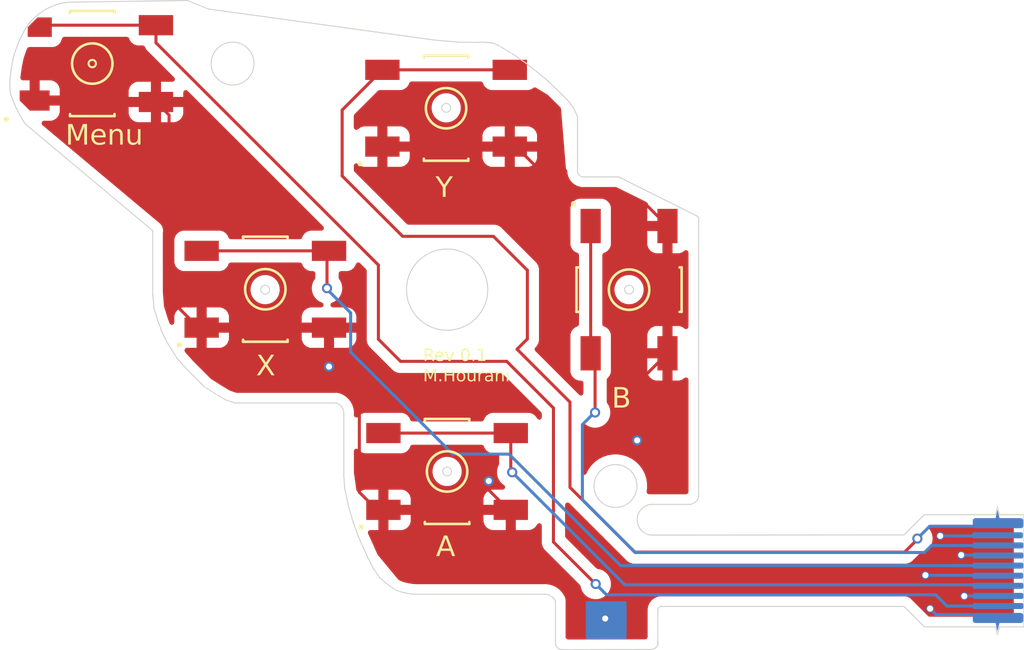
<source format=kicad_pcb>
(kicad_pcb (version 20241229) (generator "pcbnew") (generator_version "9.0")
  (layers (0 "F.Cu" signal) (2 "B.Cu" signal) (13 "F.Paste" user) (15 "B.Paste" user) (5 "F.SilkS" user "F.Silkscreen") (7 "B.SilkS" user "B.Silkscreen") (1 "F.Mask" user) (3 "B.Mask" user) (25 "Edge.Cuts" user))
  (net 0 "")
  (net 1 "Y-Button")
  (net 2 "GND")
  (net 3 "B-Button")
  (net 4 "X-Button")
  (net 5 "A-Button")
  (net 6 "Menu-Button")
  (footprint "" (layer "F.Cu") (at 177.4 92.75)
    (property "Reference" "" (at 0 0 0) (layer "F.SilkS") (effects (font (size 1.27 1.27))))
    (property "Value" "")
    (pad "4" connect roundrect (at 0 0 180) (size 2.5 0.3) (layers "B.Cu" "B.Mask") (net 2 "GND") (clearance 0.02))
  )
  (footprint "TestPoint:TestPoint_Pad_1.0x1.0mm" (layer "F.Cu") (at 177.4 91.15 180)
    (property "Reference" "REF**" (hide yes))
    (property "Value" "TestPoint_Pad_1.0x1.0mm" (hide yes))
    (pad "1" connect roundrect (at 0 0 180) (size 2.5 0.5) (layers "B.Cu" "B.Mask") (net 1 "Y-Button") (clearance 0.02))
  )
  (footprint "clipboard:0aa9961f-4647-433d-9f3b-3d22918bb3e6" (layer "F.Cu") (at 160.250572 82.09 -90)
    (property "Reference" "" (at 0 0 90) (layer "F.SilkS") (effects (font (size 1.27 1.27))))
    (property "Value" "")
    (fp_line (start -3.6 3.7) (end -1.4 3.7) (stroke (width 0.127)) (layer "F.SilkS"))
    (fp_line (start -3.6 3.6) (end -3.6 3.7) (stroke (width 0.127)) (layer "F.SilkS"))
    (fp_line (start -1.4 3.6) (end -1.4 3.7) (stroke (width 0.127)) (layer "F.SilkS"))
    (fp_line (start -1.4 -1.4) (end -1.4 -1.5) (stroke (width 0.127)) (layer "F.SilkS"))
    (fp_line (start -3.6 -1.5) (end -3.6 -1.4) (stroke (width 0.127)) (layer "F.SilkS"))
    (fp_line (start -3.6 -1.5) (end -1.4 -1.5) (stroke (width 0.127)) (layer "F.SilkS"))
    (fp_circle (center -6.75 3.85) (end -6.623 3.85) (fill yes) (layer "F.SilkS"))
    (fp_circle (center -2.5 1.1) (end -1.5 1.1) (stroke (width 0.127)) (fill no) (layer "F.SilkS"))
    (pad "1" smd rect (at -5.65 3 270) (size 1.7 1) (layers "F.Cu" "F.Mask" "F.Paste") (net 3 "B-Button"))
    (pad "2" smd rect (at 0.65 3 270) (size 1.7 1) (layers "F.Cu" "F.Mask" "F.Paste") (net 3 "B-Button"))
    (pad "3" smd rect (at -5.65 -0.8 270) (size 1.7 1) (layers "F.Cu" "F.Mask" "F.Paste") (net 2 "GND"))
    (pad "4" smd rect (at 0.65 -0.8 270) (size 1.7 1) (layers "F.Cu" "F.Mask" "F.Paste") (net 2 "GND"))
  )
  (footprint "" (layer "F.Cu") (at 177.4 95.84)
    (property "Reference" "" (at 0 0 0) (layer "F.SilkS") (effects (font (size 1.27 1.27))))
    (property "Value" "")
    (pad "10" connect roundrect (at 0 0 180) (size 2.5 0.5) (layers "B.Cu" "B.Mask") (net 2 "GND") (clearance 0.001))
  )
  (footprint "" (layer "F.Cu") (at 177.4 94.25)
    (property "Reference" "" (at 0 0 0) (layer "F.SilkS") (effects (font (size 1.27 1.27))))
    (property "Value" "")
    (pad "7" connect roundrect (at 0 0 180) (size 2.5 0.3) (layers "B.Cu" "B.Mask") (net 5 "A-Button") (clearance 0.02))
  )
  (footprint "clipboard:0aa9961f-4647-433d-9f3b-3d22918bb3e6" (layer "F.Cu") (at 143.66 78.47)
    (property "Reference" "" (at 0 0 0) (layer "F.SilkS") (effects (font (size 1.27 1.27))))
    (property "Value" "")
    (fp_line (start -3.6 -1.5) (end -3.6 -1.4) (stroke (width 0.127)) (layer "F.SilkS"))
    (fp_line (start -3.6 -1.5) (end -1.4 -1.5) (stroke (width 0.127)) (layer "F.SilkS"))
    (fp_line (start -3.6 3.6) (end -3.6 3.7) (stroke (width 0.127)) (layer "F.SilkS"))
    (fp_line (start -3.6 3.7) (end -1.4 3.7) (stroke (width 0.127)) (layer "F.SilkS"))
    (fp_line (start -1.4 -1.4) (end -1.4 -1.5) (stroke (width 0.127)) (layer "F.SilkS"))
    (fp_line (start -1.4 3.6) (end -1.4 3.7) (stroke (width 0.127)) (layer "F.SilkS"))
    (fp_circle (center -6.75 3.85) (end -6.623 3.85) (fill yes) (layer "F.SilkS"))
    (fp_circle (center -2.5 1.1) (end -1.5 1.1) (stroke (width 0.127)) (fill no) (layer "F.SilkS"))
    (pad "1" smd rect (at -5.65 3) (size 1.7 1) (layers "F.Cu" "F.Mask" "F.Paste") (net 2 "GND"))
    (pad "2" smd rect (at 0.65 3) (size 1.7 1) (layers "F.Cu" "F.Mask" "F.Paste") (net 2 "GND"))
    (pad "3" smd rect (at -5.65 -0.8) (size 1.7 1) (layers "F.Cu" "F.Mask" "F.Paste") (net 4 "X-Button"))
    (pad "4" smd rect (at 0.65 -0.8) (size 1.7 1) (layers "F.Cu" "F.Mask" "F.Paste") (net 4 "X-Button"))
  )
  (footprint "clipboard:12ac33e4-e59b-4f83-8bf2-888e58200566" (layer "F.Cu") (at 135.1 67.3)
    (property "Reference" "" (at 0 0 0) (layer "F.SilkS") (effects (font (size 1.27 1.27))))
    (property "Value" "")
    (fp_line (start -3.6 -1.5) (end -3.6 -1.4) (stroke (width 0.127)) (layer "F.SilkS"))
    (fp_line (start -3.6 -1.5) (end -1.4 -1.5) (stroke (width 0.127)) (layer "F.SilkS"))
    (fp_line (start -3.6 3.6) (end -3.6 3.7) (stroke (width 0.127)) (layer "F.SilkS"))
    (fp_line (start -3.6 3.7) (end -1.4 3.7) (stroke (width 0.127)) (layer "F.SilkS"))
    (fp_line (start -1.4 -1.4) (end -1.4 -1.5) (stroke (width 0.127)) (layer "F.SilkS"))
    (fp_line (start -1.4 3.6) (end -1.4 3.7) (stroke (width 0.127)) (layer "F.SilkS"))
    (fp_circle (center -6.75 3.85) (end -6.623 3.85) (fill yes) (layer "F.SilkS"))
    (fp_circle (center -2.5 1.1) (end -1.5 1.1) (stroke (width 0.127)) (fill no) (layer "F.SilkS"))
    (pad "1" smd roundrect (at -5.35 2.93) (size 1.48 1) (layers "F.Cu" "F.Mask" "F.Paste") (roundrect_rratio 0) (chamfer_ratio 0.5) (chamfer bottom_left) (net 2 "GND"))
    (pad "2" smd rect (at 0.65 3) (size 1.7 1) (layers "F.Cu" "F.Mask" "F.Paste") (net 2 "GND"))
    (pad "3" smd roundrect (at -5.09625 -0.7025) (size 1.1925 0.965) (layers "F.Cu" "F.Mask" "F.Paste") (roundrect_rratio 0) (chamfer_ratio 0.5) (chamfer top_left) (net 6 "Menu-Button"))
    (pad "4" smd rect (at 0.65 -0.8) (size 1.7 1) (layers "F.Cu" "F.Mask" "F.Paste") (net 6 "Menu-Button"))
  )
  (footprint "clipboard:0aa9961f-4647-433d-9f3b-3d22918bb3e6" (layer "F.Cu") (at 152.65 87.49)
    (property "Reference" "" (at 0 0 0) (layer "F.SilkS") (effects (font (size 1.27 1.27))))
    (property "Value" "")
    (fp_line (start -3.6 -1.5) (end -3.6 -1.4) (stroke (width 0.127)) (layer "F.SilkS"))
    (fp_line (start -3.6 -1.5) (end -1.4 -1.5) (stroke (width 0.127)) (layer "F.SilkS"))
    (fp_line (start -3.6 3.6) (end -3.6 3.7) (stroke (width 0.127)) (layer "F.SilkS"))
    (fp_line (start -3.6 3.7) (end -1.4 3.7) (stroke (width 0.127)) (layer "F.SilkS"))
    (fp_line (start -1.4 -1.4) (end -1.4 -1.5) (stroke (width 0.127)) (layer "F.SilkS"))
    (fp_line (start -1.4 3.6) (end -1.4 3.7) (stroke (width 0.127)) (layer "F.SilkS"))
    (fp_circle (center -6.75 3.85) (end -6.623 3.85) (fill yes) (layer "F.SilkS"))
    (fp_circle (center -2.5 1.1) (end -1.5 1.1) (stroke (width 0.127)) (fill no) (layer "F.SilkS"))
    (pad "1" smd rect (at -5.65 3) (size 1.7 1) (layers "F.Cu" "F.Mask" "F.Paste") (net 2 "GND"))
    (pad "2" smd rect (at 0.65 3) (size 1.7 1) (layers "F.Cu" "F.Mask" "F.Paste") (net 2 "GND"))
    (pad "3" smd rect (at -5.65 -0.8) (size 1.7 1) (layers "F.Cu" "F.Mask" "F.Paste") (net 5 "A-Button"))
    (pad "4" smd rect (at 0.65 -0.8) (size 1.7 1) (layers "F.Cu" "F.Mask" "F.Paste") (net 5 "A-Button"))
  )
  (footprint "" (layer "F.Cu") (at 177.4 92.25)
    (property "Reference" "" (at 0 0 0) (layer "F.SilkS") (effects (font (size 1.27 1.27))))
    (property "Value" "")
    (pad "3" connect roundrect (at 0 0 180) (size 2.5 0.3) (layers "B.Cu" "B.Mask") (net 3 "B-Button") (clearance 0.02))
  )
  (footprint "clipboard:0aa9961f-4647-433d-9f3b-3d22918bb3e6" (layer "F.Cu") (at 152.6 69.51)
    (property "Reference" "" (at 0 0 0) (layer "F.SilkS") (effects (font (size 1.27 1.27))))
    (property "Value" "")
    (fp_line (start -3.6 -1.5) (end -3.6 -1.4) (stroke (width 0.127)) (layer "F.SilkS"))
    (fp_line (start -3.6 -1.5) (end -1.4 -1.5) (stroke (width 0.127)) (layer "F.SilkS"))
    (fp_line (start -3.6 3.6) (end -3.6 3.7) (stroke (width 0.127)) (layer "F.SilkS"))
    (fp_line (start -3.6 3.7) (end -1.4 3.7) (stroke (width 0.127)) (layer "F.SilkS"))
    (fp_line (start -1.4 -1.4) (end -1.4 -1.5) (stroke (width 0.127)) (layer "F.SilkS"))
    (fp_line (start -1.4 3.6) (end -1.4 3.7) (stroke (width 0.127)) (layer "F.SilkS"))
    (fp_circle (center -6.75 3.85) (end -6.623 3.85) (fill yes) (layer "F.SilkS"))
    (fp_circle (center -2.5 1.1) (end -1.5 1.1) (stroke (width 0.127)) (fill no) (layer "F.SilkS"))
    (pad "1" smd rect (at -5.65 3) (size 1.7 1) (layers "F.Cu" "F.Mask" "F.Paste") (net 2 "GND"))
    (pad "2" smd rect (at 0.65 3) (size 1.7 1) (layers "F.Cu" "F.Mask" "F.Paste") (net 2 "GND"))
    (pad "3" smd rect (at -5.65 -0.8) (size 1.7 1) (layers "F.Cu" "F.Mask" "F.Paste") (net 1 "Y-Button"))
    (pad "4" smd rect (at 0.65 -0.8) (size 1.7 1) (layers "F.Cu" "F.Mask" "F.Paste") (net 1 "Y-Button"))
  )
  (footprint "" (layer "F.Cu") (at 177.4 93.25)
    (property "Reference" "" (at 0 0 0) (layer "F.SilkS") (effects (font (size 1.27 1.27))))
    (property "Value" "")
    (pad "5" connect roundrect (at 0 0 180) (size 2.5 0.3) (layers "B.Cu" "B.Mask") (net 4 "X-Button") (clearance 0.02))
  )
  (footprint "" (layer "F.Cu") (at 177.38 91.75)
    (property "Reference" "" (at 0 0 0) (layer "F.SilkS") (effects (font (size 1.27 1.27))))
    (property "Value" "")
    (pad "2" connect roundrect (at 0 0 180) (size 2.5 0.3) (layers "B.Cu" "B.Mask") (net 2 "GND") (clearance 0.02))
  )
  (footprint "" (layer "F.Cu") (at 177.4 94.75)
    (property "Reference" "" (at 0 0 0) (layer "F.SilkS") (effects (font (size 1.27 1.27))))
    (property "Value" "")
    (pad "8" connect roundrect (at 0 0 180) (size 2.5 0.3) (layers "B.Cu" "B.Mask") (net 2 "GND") (clearance 0.02))
  )
  (footprint "" (layer "F.Cu") (at 177.39 93.75)
    (property "Reference" "" (at 0 0 0) (layer "F.SilkS") (effects (font (size 1.27 1.27))))
    (property "Value" "")
    (pad "6" connect roundrect (at 0 0 180) (size 2.5 0.3) (layers "B.Cu" "B.Mask") (net 2 "GND") (clearance 0.02))
  )
  (footprint "" (layer "F.Cu") (at 177.4 95.25)
    (property "Reference" "" (at 0 0 0) (layer "F.SilkS") (effects (font (size 1.27 1.27))))
    (property "Value" "")
    (pad "9" connect roundrect (at 0 0 180) (size 2.5 0.3) (layers "B.Cu" "B.Mask") (net 6 "Menu-Button") (clearance 0.02))
  )
  (gr_rect (start 157.11 95.11) (end 158.93 96.79) (stroke (width 0.2)) (fill yes) (layer "B.Cu") (net 2))
  (gr_poly (pts (xy 177.28189 90.9) (xy 177.37189 90.514446) (xy 177.47 90.9)) (stroke (width 0.01)) (fill yes) (layer "B.Cu") (net 1))
  (gr_poly (pts (xy 177.279606 96.081785) (xy 177.369606 96.467339) (xy 177.467716 96.081785)) (stroke (width 0.01)) (fill yes) (layer "B.Cu") (net 2))
  (gr_circle (center 132.6 68.4) (end 132.76 68.49) (stroke (width 0.1)) (fill no) (layer "F.SilkS"))
  (gr_line (start 148.81 94.67) (end 155.005 94.67) (stroke (width 0.05)) (layer "Edge.Cuts"))
  (gr_line (start 145.3 90.41) (end 145.51 91.12) (stroke (width 0.05)) (layer "Edge.Cuts"))
  (gr_line (start 135.59 79.89) (end 135.59 76.67) (stroke (width 0.05)) (layer "Edge.Cuts"))
  (gr_line (start 158.71 74.05) (end 158.65 74.02) (stroke (width 0.05)) (layer "Edge.Cuts"))
  (gr_circle (center 158.478963 89.31) (end 159.208963 90.08) (stroke (width 0.05)) (fill no) (layer "Edge.Cuts"))
  (gr_line (start 135.65 80.5) (end 135.85 81.15) (stroke (width 0.05)) (layer "Edge.Cuts"))
  (gr_line (start 145.07 89.36) (end 145.3 90.41) (stroke (width 0.05)) (layer "Edge.Cuts"))
  (gr_line (start 156.11 70.21) (end 156.39 70.57) (stroke (width 0.05)) (layer "Edge.Cuts"))
  (gr_circle (center 150.10572 70.59) (end 150.325037 70.59) (stroke (width 0.05)) (fill no) (layer "Edge.Cuts"))
  (gr_line (start 128.74 67.94) (end 128.69 68.14) (stroke (width 0.05)) (layer "Edge.Cuts"))
  (gr_line (start 172.75 95.27) (end 160.74 95.27) (stroke (width 0.05)) (layer "Edge.Cuts"))
  (gr_line (start 128.53 69.2) (end 128.52 69.39) (stroke (width 0.05)) (layer "Edge.Cuts"))
  (gr_line (start 135.6 79.85) (end 135.65 80.5) (stroke (width 0.05)) (layer "Edge.Cuts"))
  (gr_line (start 158.46 74.01) (end 158.54 74.01) (stroke (width 0.05)) (layer "Edge.Cuts"))
  (gr_line (start 131.46 65.36) (end 137.3 65.278) (stroke (width 0.05)) (layer "Edge.Cuts"))
  (gr_line (start 136.05 81.7) (end 136.3 82.2) (stroke (width 0.05)) (layer "Edge.Cuts"))
  (gr_line (start 147.59 94.45) (end 147.9 94.56) (stroke (width 0.05)) (layer "Edge.Cuts"))
  (gr_line (start 128.76 70.42) (end 128.91 70.75) (stroke (width 0.05)) (layer "Edge.Cuts"))
  (gr_line (start 147.89 94.56) (end 148.12 94.61) (stroke (width 0.05)) (layer "Edge.Cuts"))
  (gr_line (start 129.24 66.76) (end 129.12 67.01) (stroke (width 0.05)) (layer "Edge.Cuts"))
  (gr_line (start 162.58 76.02) (end 162.59 76.06) (stroke (width 0.05)) (layer "Edge.Cuts"))
  (gr_arc (start 156.898737 74.011974) (mid 156.674372 73.913475) (end 156.6 73.68) (stroke (width 0.05)) (layer "Edge.Cuts"))
  (gr_arc (start 154.980582 94.673284) (mid 155.296424 94.761245) (end 155.51 95.01) (stroke (width 0.05)) (layer "Edge.Cuts"))
  (gr_line (start 128.53 69.68) (end 128.54 69.82) (stroke (width 0.05)) (layer "Edge.Cuts"))
  (gr_line (start 162.59 76.15) (end 162.59 76.2) (stroke (width 0.05)) (layer "Edge.Cuts"))
  (gr_line (start 177.37 90.34) (end 177.28 90.73) (stroke (width 0.05)) (layer "Edge.Cuts"))
  (gr_line (start 136.3 82.2) (end 136.8 83) (stroke (width 0.05)) (layer "Edge.Cuts"))
  (gr_line (start 128.91 70.75) (end 129.04 70.98) (stroke (width 0.05)) (layer "Edge.Cuts"))
  (gr_line (start 155.05 69.18) (end 155.53 69.64) (stroke (width 0.05)) (layer "Edge.Cuts"))
  (gr_line (start 158.75 74.07) (end 158.71 74.05) (stroke (width 0.05)) (layer "Edge.Cuts"))
  (gr_line (start 172.75 95.27) (end 173.76 96.28) (stroke (width 0.05)) (layer "Edge.Cuts"))
  (gr_line (start 128.69 68.14) (end 128.65 68.34) (stroke (width 0.05)) (layer "Edge.Cuts"))
  (gr_line (start 128.99 67.26) (end 128.89 67.52) (stroke (width 0.05)) (layer "Edge.Cuts"))
  (gr_line (start 160.23 91.74) (end 172.745166 91.73) (stroke (width 0.05)) (layer "Edge.Cuts"))
  (gr_circle (center 150.150572 88.59) (end 150.369889 88.59) (stroke (width 0.05)) (fill no) (layer "Edge.Cuts"))
  (gr_line (start 129.22 71.29) (end 129.32 71.42) (stroke (width 0.05)) (layer "Edge.Cuts"))
  (gr_line (start 148.62 94.67) (end 148.82 94.67) (stroke (width 0.05)) (layer "Edge.Cuts"))
  (gr_line (start 156.91 74.01) (end 158.46 74.01) (stroke (width 0.05)) (layer "Edge.Cuts"))
  (gr_line (start 151.85 67.34) (end 152.1 67.35) (stroke (width 0.05)) (layer "Edge.Cuts"))
  (gr_line (start 128.52 69.39) (end 128.53 69.68) (stroke (width 0.05)) (layer "Edge.Cuts"))
  (gr_circle (center 159.150572 79.59) (end 159.369889 79.59) (stroke (width 0.05)) (fill no) (layer "Edge.Cuts"))
  (gr_line (start 153.37 67.91) (end 154.05 68.38) (stroke (width 0.05)) (layer "Edge.Cuts"))
  (gr_line (start 178.68 96.28) (end 178.68 90.73) (stroke (width 0.05)) (layer "Edge.Cuts"))
  (gr_line (start 138.35 65.7) (end 149.49 67.23) (stroke (width 0.05)) (layer "Edge.Cuts"))
  (gr_line (start 154.51 68.74) (end 155.05 69.18) (stroke (width 0.05)) (layer "Edge.Cuts"))
  (gr_line (start 162.59 76.06) (end 162.59 76.09) (stroke (width 0.05)) (layer "Edge.Cuts"))
  (gr_line (start 158.81 74.1) (end 158.75 74.07) (stroke (width 0.05)) (layer "Edge.Cuts"))
  (gr_line (start 154.04 68.37) (end 154.51 68.74) (stroke (width 0.05)) (layer "Edge.Cuts"))
  (gr_line (start 145.77 91.84) (end 146.05 92.45) (stroke (width 0.05)) (layer "Edge.Cuts"))
  (gr_line (start 146.81 93.84) (end 147.08 94.08) (stroke (width 0.05)) (layer "Edge.Cuts"))
  (gr_line (start 151.26 67.35) (end 151.65 67.35) (stroke (width 0.05)) (layer "Edge.Cuts"))
  (gr_arc (start 155.89 97.41) (mid 155.604816 97.311132) (end 155.508535 97.025065) (stroke (width 0.05)) (layer "Edge.Cuts"))
  (gr_line (start 128.63 70.09) (end 128.76 70.42) (stroke (width 0.05)) (layer "Edge.Cuts"))
  (gr_line (start 152.65 67.48) (end 153.37 67.91) (stroke (width 0.05)) (layer "Edge.Cuts"))
  (gr_line (start 128.89 67.52) (end 128.8 67.77) (stroke (width 0.05)) (layer "Edge.Cuts"))
  (gr_line (start 162.59 89.86) (end 162.59 76.19) (stroke (width 0.05)) (layer "Edge.Cuts"))
  (gr_line (start 173.75 90.73) (end 177.28 90.73) (stroke (width 0.05)) (layer "Edge.Cuts"))
  (gr_line (start 137.3 65.278) (end 138.35 65.7) (stroke (width 0.05)) (layer "Edge.Cuts"))
  (gr_line (start 145.04 85.735) (end 145.04 88.885) (stroke (width 0.05)) (layer "Edge.Cuts"))
  (gr_line (start 146.52 93.42) (end 146.81 93.83) (stroke (width 0.05)) (layer "Edge.Cuts"))
  (gr_line (start 145.51 91.12) (end 145.77 91.84) (stroke (width 0.05)) (layer "Edge.Cuts"))
  (gr_line (start 162.5 75.94) (end 162.55 75.98) (stroke (width 0.05)) (layer "Edge.Cuts"))
  (gr_line (start 155.53 69.64) (end 156.11 70.21) (stroke (width 0.05)) (layer "Edge.Cuts"))
  (gr_arc (start 144.65922 85.198467) (mid 144.937521 85.388793) (end 145.04 85.71) (stroke (width 0.05)) (layer "Edge.Cuts"))
  (gr_line (start 177.37 96.67) (end 177.28 96.28) (stroke (width 0.05)) (layer "Edge.Cuts"))
  (gr_line (start 136.8 83) (end 137.25 83.5) (stroke (width 0.05)) (layer "Edge.Cuts"))
  (gr_line (start 177.47 96.28) (end 177.37 96.67) (stroke (width 0.05)) (layer "Edge.Cuts"))
  (gr_line (start 158.61 74.01) (end 158.59 74.01) (stroke (width 0.05)) (layer "Edge.Cuts"))
  (gr_line (start 146.23 92.86) (end 146.52 93.42) (stroke (width 0.05)) (layer "Edge.Cuts"))
  (gr_line (start 158.81 74.1) (end 162.5 75.94) (stroke (width 0.05)) (layer "Edge.Cuts"))
  (gr_line (start 128.58 69.95) (end 128.63 70.09) (stroke (width 0.05)) (layer "Edge.Cuts"))
  (gr_line (start 178.68 90.73) (end 177.47 90.73) (stroke (width 0.05)) (layer "Edge.Cuts"))
  (gr_line (start 153.6 68.07) (end 154.04 68.37) (stroke (width 0.05)) (layer "Edge.Cuts"))
  (gr_line (start 138.15 84.4) (end 138.7 84.75) (stroke (width 0.05)) (layer "Edge.Cuts"))
  (gr_line (start 156.6 71) (end 156.6 73.67) (stroke (width 0.05)) (layer "Edge.Cuts"))
  (gr_line (start 152.1 67.35) (end 152.29 67.37) (stroke (width 0.05)) (layer "Edge.Cuts"))
  (gr_circle (center 139.538963 68.4) (end 140.268963 69.17) (stroke (width 0.05)) (fill no) (layer "Edge.Cuts"))
  (gr_line (start 138.7 84.75) (end 139.2 85.05) (stroke (width 0.05)) (layer "Edge.Cuts"))
  (gr_line (start 158.65 74.02) (end 158.61 74.01) (stroke (width 0.05)) (layer "Edge.Cuts"))
  (gr_circle (center 150.150572 79.59) (end 151.520572 81.06) (stroke (width 0.05)) (fill no) (layer "Edge.Cuts"))
  (gr_arc (start 129.25 66.75) (mid 130.183066 65.787734) (end 131.45383 65.361456) (stroke (width 0.05)) (layer "Edge.Cuts"))
  (gr_line (start 160.57 95.45) (end 160.57 97.2) (stroke (width 0.05)) (layer "Edge.Cuts"))
  (gr_line (start 139.2 85.05) (end 139.65 85.2) (stroke (width 0.05)) (layer "Edge.Cuts"))
  (gr_line (start 172.75 91.729996) (end 173.75 90.73) (stroke (width 0.05)) (layer "Edge.Cuts"))
  (gr_line (start 177.47 90.73) (end 177.37 90.34) (stroke (width 0.05)) (layer "Edge.Cuts"))
  (gr_line (start 156.39 70.57) (end 156.6 71.02) (stroke (width 0.05)) (layer "Edge.Cuts"))
  (gr_circle (center 141.150572 79.59) (end 141.369889 79.59) (stroke (width 0.05)) (fill no) (layer "Edge.Cuts"))
  (gr_line (start 129.04 70.98) (end 129.22 71.29) (stroke (width 0.05)) (layer "Edge.Cuts"))
  (gr_line (start 128.57 68.84) (end 128.54 69.09) (stroke (width 0.05)) (layer "Edge.Cuts"))
  (gr_arc (start 162.592147 89.856597) (mid 162.430502 90.103024) (end 162.16 90.22) (stroke (width 0.05)) (layer "Edge.Cuts"))
  (gr_line (start 152.29 67.37) (end 152.44 67.39) (stroke (width 0.05)) (layer "Edge.Cuts"))
  (gr_line (start 146.05 92.45) (end 146.23 92.86) (stroke (width 0.05)) (layer "Edge.Cuts"))
  (gr_line (start 158.59 74.01) (end 158.53 74.01) (stroke (width 0.05)) (layer "Edge.Cuts"))
  (gr_line (start 150.75 67.34) (end 151.26 67.35) (stroke (width 0.05)) (layer "Edge.Cuts"))
  (gr_line (start 152.55 67.43) (end 152.67 67.49) (stroke (width 0.05)) (layer "Edge.Cuts"))
  (gr_line (start 162.17 90.22) (end 160.21 90.22) (stroke (width 0.05)) (layer "Edge.Cuts"))
  (gr_line (start 128.54 69.09) (end 128.53 69.2) (stroke (width 0.05)) (layer "Edge.Cuts"))
  (gr_line (start 135.85 81.15) (end 136.05 81.7) (stroke (width 0.05)) (layer "Edge.Cuts"))
  (gr_line (start 137.25 83.5) (end 137.65 83.9) (stroke (width 0.05)) (layer "Edge.Cuts"))
  (gr_line (start 147.08 94.08) (end 147.33 94.27) (stroke (width 0.05)) (layer "Edge.Cuts"))
  (gr_line (start 149.51 67.236596) (end 150.75 67.34) (stroke (width 0.05)) (layer "Edge.Cuts"))
  (gr_line (start 155.51 95) (end 155.51 97.07) (stroke (width 0.05)) (layer "Edge.Cuts"))
  (gr_line (start 145.05 88.87) (end 145.08 89.4) (stroke (width 0.05)) (layer "Edge.Cuts"))
  (gr_line (start 147.33 94.27) (end 147.59 94.45) (stroke (width 0.05)) (layer "Edge.Cuts"))
  (gr_line (start 128.65 68.34) (end 128.61 68.56) (stroke (width 0.05)) (layer "Edge.Cuts"))
  (gr_line (start 173.77 96.28) (end 177.28 96.28) (stroke (width 0.05)) (layer "Edge.Cuts"))
  (gr_line (start 155.79 97.41) (end 160.24 97.4) (stroke (width 0.05)) (layer "Edge.Cuts"))
  (gr_line (start 178.68 96.28) (end 177.47 96.28) (stroke (width 0.05)) (layer "Edge.Cuts"))
  (gr_arc (start 160.279399 91.74243) (mid 159.552225 91.008427) (end 160.22 90.22) (stroke (width 0.05)) (layer "Edge.Cuts"))
  (gr_line (start 162.55 75.98) (end 162.58 76.02) (stroke (width 0.05)) (layer "Edge.Cuts"))
  (gr_arc (start 160.576281 97.013933) (mid 160.48 97.3) (end 160.194816 97.398868) (stroke (width 0.05)) (layer "Edge.Cuts"))
  (gr_line (start 148.44 94.66) (end 148.62 94.67) (stroke (width 0.05)) (layer "Edge.Cuts"))
  (gr_line (start 129.12 67.01) (end 128.99 67.26) (stroke (width 0.05)) (layer "Edge.Cuts"))
  (gr_line (start 162.59 76.09) (end 162.59 76.15) (stroke (width 0.05)) (layer "Edge.Cuts"))
  (gr_line (start 129.31 71.41) (end 135.6 76.68) (stroke (width 0.05)) (layer "Edge.Cuts"))
  (gr_line (start 128.54 69.82) (end 128.58 69.95) (stroke (width 0.05)) (layer "Edge.Cuts"))
  (gr_line (start 128.8 67.77) (end 128.74 67.94) (stroke (width 0.05)) (layer "Edge.Cuts"))
  (gr_line (start 128.61 68.56) (end 128.57 68.84) (stroke (width 0.05)) (layer "Edge.Cuts"))
  (gr_line (start 151.6 67.35) (end 151.85 67.34) (stroke (width 0.05)) (layer "Edge.Cuts"))
  (gr_line (start 148.12 94.61) (end 148.29 94.64) (stroke (width 0.05)) (layer "Edge.Cuts"))
  (gr_line (start 137.65 83.9) (end 138.15 84.4) (stroke (width 0.05)) (layer "Edge.Cuts"))
  (gr_arc (start 160.57 95.464959) (mid 160.617048 95.337478) (end 160.735631 95.271123) (stroke (width 0.05)) (layer "Edge.Cuts"))
  (gr_line (start 148.29 94.64) (end 148.44 94.66) (stroke (width 0.05)) (layer "Edge.Cuts"))
  (gr_line (start 139.65 85.2) (end 144.66 85.2) (stroke (width 0.05)) (layer "Edge.Cuts"))
  (gr_line (start 152.44 67.39) (end 152.55 67.43) (stroke (width 0.05)) (layer "Edge.Cuts"))
  (gr_text "X" (at 140.7 84 0) (layer "F.SilkS") (effects (font (size 1 1) (thickness 0.1)) (justify left bottom)))
  (gr_text "Y\n" (at 149.58 75.17 0) (layer "F.SilkS") (effects (font (size 1 1) (thickness 0.1)) (justify left bottom)))
  (gr_text "B\n" (at 158.29 85.6 0) (layer "F.SilkS") (effects (font (size 1 1) (thickness 0.1)) (justify left bottom)))
  (gr_text "Rev 0.1\nM.Hourani\n" (at 148.96 84.23 0) (layer "F.SilkS") (effects (font (size 0.6 0.6) (thickness 0.1)) (justify left bottom)))
  (gr_text "A" (at 149.6 92.95 0) (layer "F.SilkS") (effects (font (size 1 1) (thickness 0.1)) (justify left bottom)))
  (gr_text "Menu\n\n" (at 131.27 74.26 0) (layer "F.SilkS") (effects (font (size 1 1) (thickness 0.1)) (justify left bottom)))
  (segment (start 172.78 92.58) (end 173.44 91.92) (width 0.15) (layer "F.Cu") (net 1))
  (segment (start 154.12 78.63) (end 154.12 82.03) (width 0.15) (layer "F.Cu") (net 1))
  (segment (start 156.228194 89.378194) (end 159.43 92.58) (width 0.15) (layer "F.Cu") (net 1))
  (segment (start 156.228194 85.158194) (end 156.228194 89.378194) (width 0.15) (layer "F.Cu") (net 1))
  (segment (start 154.12 82.03) (end 153.61 82.54) (width 0.15) (layer "F.Cu") (net 1))
  (segment (start 173.39 91.91) (end 173.39 91.92) (width 0.15) (layer "F.Cu") (net 1))
  (segment (start 144.96 73.96) (end 147.95 76.95) (width 0.15) (layer "F.Cu") (net 1))
  (segment (start 153.61 82.54) (end 156.228194 85.158194) (width 0.15) (layer "F.Cu") (net 1))
  (segment (start 146.95 68.71) (end 144.96 70.7) (width 0.15) (layer "F.Cu") (net 1))
  (segment (start 153.34 68.71) (end 153.42 68.79) (width 0.15) (layer "F.Cu") (net 1))
  (segment (start 159.43 92.58) (end 172.78 92.58) (width 0.15) (layer "F.Cu") (net 1))
  (segment (start 144.96 70.7) (end 144.96 73.96) (width 0.15) (layer "F.Cu") (net 1))
  (segment (start 152.44 76.95) (end 154.12 78.63) (width 0.15) (layer "F.Cu") (net 1))
  (segment (start 146.95 68.71) (end 153.34 68.71) (width 0.15) (layer "F.Cu") (net 1))
  (segment (start 147.95 76.95) (end 152.44 76.95) (width 0.15) (layer "F.Cu") (net 1))
  (via (at 173.41 91.91) (size 0.5) (drill 0.3) (layers "F.Cu" "B.Cu") (net 1))
  (segment (start 173.41 91.91) (end 174.014 91.306) (width 0.15) (layer "B.Cu") (net 1))
  (segment (start 174.014 91.306) (end 177.26 91.306) (width 0.15) (layer "B.Cu") (net 1))
  (segment (start 147.02 72.51) (end 146.81 72.72) (width 0.15) (layer "F.Cu") (net 2))
  (segment (start 136.4 70.95) (end 135.72 70.27) (width 0.15) (layer "F.Cu") (net 2))
  (segment (start 138.01 81.47) (end 137.85 81.47) (width 0.15) (layer "F.Cu") (net 2))
  (segment (start 144.31 81.47) (end 144.31 83.4) (width 0.15) (layer "F.Cu") (net 2))
  (segment (start 145.81 89.62) (end 146.68 90.49) (width 0.15) (layer "F.Cu") (net 2))
  (segment (start 138.01 81.47) (end 144.34 81.47) (width 0.15) (layer "F.Cu") (net 2))
  (segment (start 155.898693 74.848693) (end 153.56 72.51) (width 0.15) (layer "F.Cu") (net 2))
  (segment (start 152.21 89.51) (end 153.12 90.42) (width 0.15) (layer "F.Cu") (net 2))
  (segment (start 153.12 90.42) (end 153.05 90.49) (width 0.15) (layer "F.Cu") (net 2))
  (segment (start 161.050572 76.44) (end 161.050572 82.670572) (width 0.15) (layer "F.Cu") (net 2))
  (segment (start 153.25 72.51) (end 147.02 72.51) (width 0.15) (layer "F.Cu") (net 2))
  (segment (start 152.21 89.06) (end 152.21 89.51) (width 0.15) (layer "F.Cu") (net 2))
  (segment (start 153.05 90.49) (end 146.99 90.49) (width 0.15) (layer "F.Cu") (net 2))
  (segment (start 161.050572 82.670572) (end 161.17 82.79) (width 0.15) (layer "F.Cu") (net 2))
  (segment (start 144.31 83.4) (end 144.31 83.93) (width 0.15) (layer "F.Cu") (net 2))
  (segment (start 147 90.49) (end 146.7 90.49) (width 0.15) (layer "F.Cu") (net 2))
  (segment (start 153.56 72.51) (end 153.24 72.51) (width 0.15) (layer "F.Cu") (net 2))
  (segment (start 159.020679 74.848693) (end 155.898693 74.848693) (width 0.15) (layer "F.Cu") (net 2))
  (segment (start 144.34 81.47) (end 144.42 81.55) (width 0.15) (layer "F.Cu") (net 2))
  (segment (start 136.4 80.02) (end 136.4 70.95) (width 0.15) (layer "F.Cu") (net 2))
  (segment (start 144.31 83.93) (end 145.81 85.43) (width 0.15) (layer "F.Cu") (net 2))
  (segment (start 145.81 85.43) (end 145.81 89.62) (width 0.15) (layer "F.Cu") (net 2))
  (segment (start 159.89548 75.284908) (end 159.020679 74.848693) (width 0.15) (layer "F.Cu") (net 2))
  (segment (start 161.050572 76.44) (end 159.89548 75.284908) (width 0.15) (layer "F.Cu") (net 2))
  (segment (start 137.85 81.47) (end 136.4 80.02) (width 0.15) (layer "F.Cu") (net 2))
  (segment (start 159.55 84.240572) (end 159.55 87.1) (width 0.15) (layer "F.Cu") (net 2))
  (segment (start 135.69 70.23) (end 135.75 70.29) (width 0.15) (layer "F.Cu") (net 2))
  (segment (start 161.050572 82.74) (end 159.55 84.240572) (width 0.15) (layer "F.Cu") (net 2))
  (segment (start 129.75 70.23) (end 135.69 70.23) (width 0.15) (layer "F.Cu") (net 2))
  (via (at 174.04 95.38) (size 0.4) (drill 0.3) (layers "F.Cu" "B.Cu") (net 2))
  (via (at 152.21 89.06) (size 0.5) (drill 0.3) (layers "F.Cu" "B.Cu") (net 2))
  (via (at 175.580918 92.729) (size 0.4) (drill 0.3) (layers "F.Cu" "B.Cu") (net 2))
  (via (at 175.73 94.76) (size 0.4) (drill 0.3) (layers "F.Cu" "B.Cu") (net 2))
  (via (at 144.31 83.4) (size 0.5) (drill 0.3) (layers "F.Cu" "B.Cu") (net 2))
  (via (at 157.97 95.87) (size 0.5) (drill 0.3) (layers "F.Cu" "B.Cu") (net 2))
  (via (at 159.55 87.05) (size 0.5) (drill 0.3) (layers "F.Cu" "B.Cu") (net 2))
  (via (at 174.54 91.781) (size 0.4) (drill 0.3) (layers "F.Cu" "B.Cu") (net 2))
  (via (at 173.81 93.725) (size 0.4) (drill 0.3) (layers "F.Cu" "B.Cu") (net 2))
  (segment (start 175.581918 92.73) (end 177.26 92.73) (width 0.15) (layer "B.Cu") (net 2))
  (segment (start 158.02 95.95) (end 157.67 95.6) (width 0.15) (layer "B.Cu") (net 2))
  (segment (start 174.11 95.45) (end 174.33 95.67) (width 0.15) (layer "B.Cu") (net 2))
  (segment (start 174.54 91.781) (end 177.231 91.781) (width 0.15) (layer "B.Cu") (net 2))
  (segment (start 173.815 93.73) (end 177.25 93.73) (width 0.15) (layer "B.Cu") (net 2))
  (segment (start 158.61 95.13) (end 158.616199 95.13) (width 0.05) (layer "B.Cu") (net 2))
  (segment (start 177.231 91.781) (end 177.25 91.8) (width 0.15) (layer "B.Cu") (net 2))
  (segment (start 158.02 95.95) (end 158.61 95.36) (width 0.15) (layer "B.Cu") (net 2))
  (segment (start 158.02 95.95) (end 158.02 95.57) (width 0.15) (layer "B.Cu") (net 2))
  (segment (start 177.31 94.75) (end 175.81 94.75) (width 0.15) (layer "B.Cu") (net 2))
  (segment (start 158.02 95.95) (end 158.02 95.25) (width 0.2) (layer "B.Cu") (net 2))
  (segment (start 158.02 95.95) (end 157.24 95.17) (width 0.15) (layer "B.Cu") (net 2))
  (segment (start 177.38 95.67) (end 177.39 95.68) (width 0.15) (layer "B.Cu") (net 2))
  (segment (start 174.33 95.67) (end 177.38 95.67) (width 0.15) (layer "B.Cu") (net 2))
  (segment (start 174.08 95.45) (end 174.11 95.45) (width 0.15) (layer "B.Cu") (net 2))
  (segment (start 173.81 93.725) (end 173.815 93.73) (width 0.15) (layer "B.Cu") (net 2))
  (segment (start 175.580918 92.729) (end 175.581918 92.73) (width 0.15) (layer "B.Cu") (net 2))
  (segment (start 157.47 82.97) (end 157.28 82.78) (width 0.15) (layer "F.Cu") (net 3))
  (segment (start 157.250572 82.74) (end 157.250572 76.550572) (width 0.15) (layer "F.Cu") (net 3))
  (segment (start 157.250572 76.550572) (end 157.21 76.51) (width 0.15) (layer "F.Cu") (net 3))
  (segment (start 157.47 85.67) (end 157.47 82.97) (width 0.15) (layer "F.Cu") (net 3))
  (via (at 157.47 85.67) (size 0.5) (drill 0.3) (layers "F.Cu" "B.Cu") (net 3))
  (segment (start 173.761999 92.6) (end 159.453843 92.6) (width 0.15) (layer "B.Cu") (net 3))
  (segment (start 174.339834 92.254) (end 174.107999 92.254) (width 0.15) (layer "B.Cu") (net 3))
  (segment (start 174.737166 92.257) (end 174.342834 92.257) (width 0.15) (layer "B.Cu") (net 3))
  (segment (start 159.453843 92.6) (end 156.841926 89.988083) (width 0.15) (layer "B.Cu") (net 3))
  (segment (start 174.107999 92.254) (end 173.761999 92.6) (width 0.15) (layer "B.Cu") (net 3))
  (segment (start 174.342834 92.257) (end 174.339834 92.254) (width 0.15) (layer "B.Cu") (net 3))
  (segment (start 156.841926 86.268074) (end 157.46 85.65) (width 0.15) (layer "B.Cu") (net 3))
  (segment (start 177.286 92.254) (end 174.740166 92.254) (width 0.15) (layer "B.Cu") (net 3))
  (segment (start 156.841926 89.988083) (end 156.841926 86.268074) (width 0.15) (layer "B.Cu") (net 3))
  (segment (start 174.740166 92.254) (end 174.737166 92.257) (width 0.15) (layer "B.Cu") (net 3))
  (segment (start 177.29 92.25) (end 177.286 92.254) (width 0.15) (layer "B.Cu") (net 3))
  (segment (start 138.01 77.67) (end 144 77.67) (width 0.15) (layer "F.Cu") (net 4))
  (segment (start 144.21 77.88) (end 144 77.67) (width 0.15) (layer "F.Cu") (net 4))
  (segment (start 144.21 79.52) (end 144.21 77.88) (width 0.15) (layer "F.Cu") (net 4))
  (segment (start 138.01 77.67) (end 138.03 77.65) (width 0.15) (layer "F.Cu") (net 4))
  (via (at 144.21 79.52) (size 0.5) (drill 0.3) (layers "F.Cu" "B.Cu") (net 4))
  (segment (start 145.38 80.74) (end 144.18 79.54) (width 0.15) (layer "B.Cu") (net 4))
  (segment (start 158.733877 93.25) (end 153.213877 87.73) (width 0.15) (layer "B.Cu") (net 4))
  (segment (start 153.213877 87.73) (end 150.43 87.73) (width 0.15) (layer "B.Cu") (net 4))
  (segment (start 145.38 82.68) (end 145.38 80.74) (width 0.15) (layer "B.Cu") (net 4))
  (segment (start 177.31 93.25) (end 158.733877 93.25) (width 0.15) (layer "B.Cu") (net 4))
  (segment (start 150.43 87.73) (end 145.38 82.68) (width 0.15) (layer "B.Cu") (net 4))
  (segment (start 147 86.69) (end 153.27 86.69) (width 0.15) (layer "F.Cu") (net 5))
  (segment (start 153.3 86.69) (end 153.3 88.49) (width 0.15) (layer "F.Cu") (net 5))
  (segment (start 153.3 88.49) (end 153.41 88.6) (width 0.15) (layer "F.Cu") (net 5))
  (via (at 153.37 88.63) (size 0.5) (drill 0.3) (layers "F.Cu" "B.Cu") (net 5))
  (segment (start 153.37 88.63) (end 158.94 94.2) (width 0.15) (layer "B.Cu") (net 5))
  (segment (start 158.94 94.2) (end 177.22 94.2) (width 0.15) (layer "B.Cu") (net 5))
  (segment (start 135.75 66.5) (end 135.75 67.37) (width 0.15) (layer "F.Cu") (net 6))
  (segment (start 157.5 94.16) (end 157.5 94.18) (width 0.15) (layer "F.Cu") (net 6))
  (segment (start 153.1 83.14) (end 155.41 85.45) (width 0.15) (layer "F.Cu") (net 6))
  (segment (start 155.41 85.45) (end 155.41 92.08) (width 0.15) (layer "F.Cu") (net 6))
  (segment (start 155.41 92.08) (end 157.49 94.16) (width 0.15) (layer "F.Cu") (net 6))
  (segment (start 146.752113 78.372113) (end 146.752113 82.044113) (width 0.15) (layer "F.Cu") (net 6))
  (segment (start 135.75 67.37) (end 146.752113 78.372113) (width 0.15) (layer "F.Cu") (net 6))
  (segment (start 130.203485 66.5) (end 130.113355 66.59295) (width 0.15) (layer "F.Cu") (net 6))
  (segment (start 135.75 66.5) (end 130.203485 66.5) (width 0.15) (layer "F.Cu") (net 6))
  (segment (start 146.752113 82.044113) (end 147.848 83.14) (width 0.15) (layer "F.Cu") (net 6))
  (segment (start 157.49 94.16) (end 157.5 94.16) (width 0.15) (layer "F.Cu") (net 6))
  (segment (start 147.848 83.14) (end 153.1 83.14) (width 0.15) (layer "F.Cu") (net 6))
  (via (at 157.5 94.16) (size 0.5) (drill 0.3) (layers "F.Cu" "B.Cu") (net 6))
  (segment (start 157.5 94.16) (end 158.034 94.694) (width 0.15) (layer "B.Cu") (net 6))
  (segment (start 158.034 94.694) (end 174.314 94.694) (width 0.15) (layer "B.Cu") (net 6))
  (segment (start 174.314 94.694) (end 174.87 95.25) (width 0.15) (layer "B.Cu") (net 6))
  (segment (start 174.87 95.25) (end 177.26 95.25) (width 0.15) (layer "B.Cu") (net 6))
  (zone (net 2) (net_name "GND") (layer "F.Cu") (connect_pads (clearance 0.5)) (min_thickness 0.25) (fill yes (thermal_gap 0.5) (thermal_bridge_width 0.5))
    (polygon (pts (xy 162.62 89.77) (xy 162.43 76.36) (xy 158.32 74.14) (xy 156.03 73.61) (xy 155.76 70.33) (xy 151.15 67.53) (xy 138.33 65.92) (xy 130.55 65.67) (xy 128.8 68.35) (xy 129.18 70.97) (xy 135.62 76.36) (xy 135.85 80.18) (xy 136.68 82.57) (xy 139.03 84.68) (xy 145.05 84.97) (xy 145.41 87.74) (xy 146 91.85) (xy 148.02 94.29) (xy 155.5 94.37) (xy 155.73 96.97) (xy 160.34 96.9) (xy 160.49 95.03) (xy 172.82 95.08) (xy 173.82 96.13) (xy 178.5 96.18) (xy 178.53 90.83) (xy 173.9 90.9) (xy 172.76 91.94) (xy 159.98 91.87) (xy 159.35 91.16) (xy 159.59 90.22) (xy 159.98 90.09) (xy 162.16 90.02) (xy 162.29 86.94) (xy 162.51 84.02)))
  )
)
</source>
